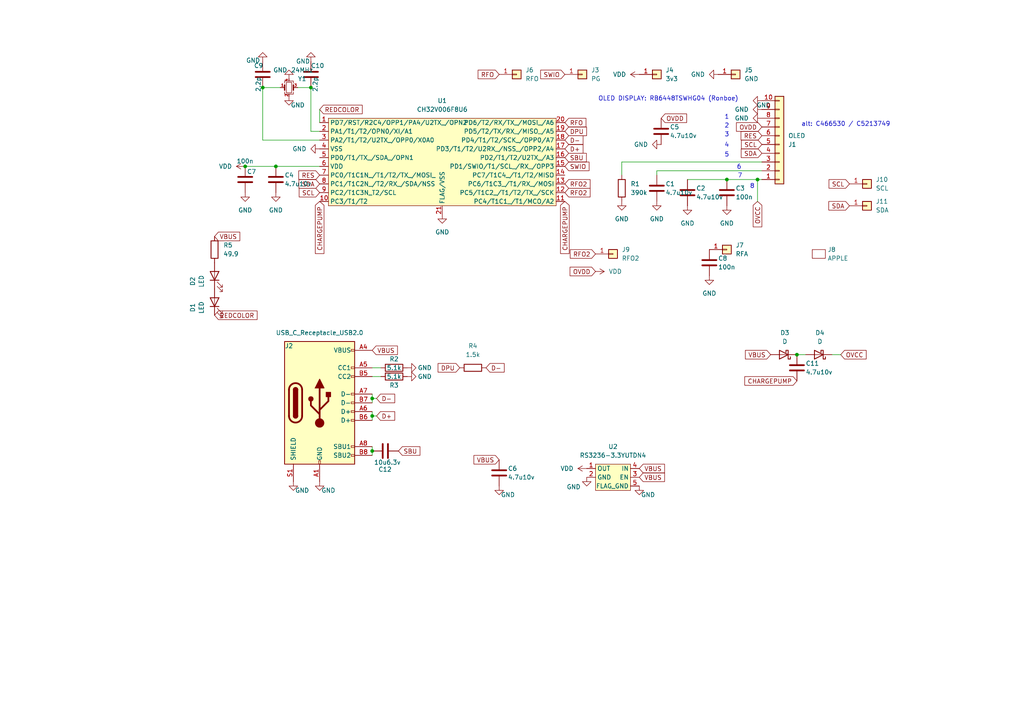
<source format=kicad_sch>
(kicad_sch (version 20250114) (generator "eeschema") (generator_version "9.0")
  (paper "A4")
  (lib_symbols
    (symbol "Connector:USB_C_Receptacle_USB2.0" (pin_names (offset 1.016))
      (property "Reference" "J" (at -10.16 19.05 0))
      (property "Value" "USB_C_Receptacle_USB2.0" (at 19.05 19.05 0))
      (symbol "USB_C_Receptacle_USB2.0_0_0"
        (rectangle (start -0.254 -17.78) (end 0.254 -16.764))
        (rectangle (start 10.16 15.494) (end 9.144 14.986))
        (rectangle (start 10.16 10.414) (end 9.144 9.906))
        (rectangle (start 10.16 7.874) (end 9.144 7.366))
        (rectangle (start 10.16 2.794) (end 9.144 2.286))
        (rectangle (start 10.16 0.254) (end 9.144 -0.254))
        (rectangle (start 10.16 -2.286) (end 9.144 -2.794))
        (rectangle (start 10.16 -4.826) (end 9.144 -5.334))
        (rectangle (start 10.16 -12.446) (end 9.144 -12.954))
        (rectangle (start 10.16 -14.986) (end 9.144 -15.494))
      )
      (symbol "USB_C_Receptacle_USB2.0_0_1"
        (rectangle (start -10.16 17.78) (end 10.16 -17.78) (stroke (width 0.254)) (fill (type background)))
        (polyline (pts (xy -8.89 -3.81) (xy -8.89 3.81)) (stroke (width 0.508)))
        (rectangle (start -7.62 -3.81) (end -6.35 3.81) (stroke (width 0.254)) (fill (type outline)))
        (arc (start -7.62 3.81) (mid -6.985 4.4423) (end -6.35 3.81) (stroke (width 0.254)))
        (arc (start -7.62 3.81) (mid -6.985 4.4423) (end -6.35 3.81) (stroke (width 0.254)) (fill (type outline)))
        (arc (start -8.89 3.81) (mid -6.985 5.7067) (end -5.08 3.81) (stroke (width 0.508)))
        (arc (start -5.08 -3.81) (mid -6.985 -5.7067) (end -8.89 -3.81) (stroke (width 0.508)))
        (arc (start -6.35 -3.81) (mid -6.985 -4.4423) (end -7.62 -3.81) (stroke (width 0.254)))
        (arc (start -6.35 -3.81) (mid -6.985 -4.4423) (end -7.62 -3.81) (stroke (width 0.254)) (fill (type outline)))
        (polyline (pts (xy -5.08 3.81) (xy -5.08 -3.81)) (stroke (width 0.508)))
        (circle (center -2.54 1.143) (radius 0.635) (stroke (width 0.254)) (fill (type outline)))
        (polyline (pts (xy -1.27 4.318) (xy 0 6.858) (xy 1.27 4.318) (xy -1.27 4.318)) (stroke (width 0.254)) (fill (type outline)))
        (polyline (pts (xy 0 -2.032) (xy 2.54 0.508) (xy 2.54 1.778)) (stroke (width 0.508)))
        (polyline (pts (xy 0 -3.302) (xy -2.54 -0.762) (xy -2.54 0.508)) (stroke (width 0.508)))
        (polyline (pts (xy 0 -5.842) (xy 0 4.318)) (stroke (width 0.508)))
        (circle (center 0 -5.842) (radius 1.27) (fill (type outline)))
        (rectangle (start 1.905 1.778) (end 3.175 3.048) (stroke (width 0.254)) (fill (type outline)))
      )
      (symbol "USB_C_Receptacle_USB2.0_1_1"
        (pin passive line (at -7.62 -22.86 90) (length 5.08) (name "SHIELD") (number "S1"))
        (pin passive line (at 0 -22.86 90) (length 5.08) (name "GND") (number "A1"))
        (pin passive line (at 0 -22.86 90) (length 5.08) (hide yes) (name "GND") (number "A12"))
        (pin passive line (at 0 -22.86 90) (length 5.08) (hide yes) (name "GND") (number "B1"))
        (pin passive line (at 0 -22.86 90) (length 5.08) (hide yes) (name "GND") (number "B12"))
        (pin passive line (at 15.24 15.24 180) (length 5.08) (name "VBUS") (number "A4"))
        (pin passive line (at 15.24 15.24 180) (length 5.08) (hide yes) (name "VBUS") (number "A9"))
        (pin passive line (at 15.24 15.24 180) (length 5.08) (hide yes) (name "VBUS") (number "B4"))
        (pin passive line (at 15.24 15.24 180) (length 5.08) (hide yes) (name "VBUS") (number "B9"))
        (pin bidirectional line (at 15.24 10.16 180) (length 5.08) (name "CC1") (number "A5"))
        (pin bidirectional line (at 15.24 7.62 180) (length 5.08) (name "CC2") (number "B5"))
        (pin bidirectional line (at 15.24 2.54 180) (length 5.08) (name "D-") (number "A7"))
        (pin bidirectional line (at 15.24 0 180) (length 5.08) (name "D-") (number "B7"))
        (pin bidirectional line (at 15.24 -2.54 180) (length 5.08) (name "D+") (number "A6"))
        (pin bidirectional line (at 15.24 -5.08 180) (length 5.08) (name "D+") (number "B6"))
        (pin bidirectional line (at 15.24 -12.7 180) (length 5.08) (name "SBU1") (number "A8"))
        (pin bidirectional line (at 15.24 -15.24 180) (length 5.08) (name "SBU2") (number "B8"))
      )
    )
    (symbol "Connector_Generic:Conn_01x01" (pin_names (offset 1.016) (hide yes))
      (property "Reference" "J" (at 0 2.54 0))
      (property "Value" "Conn_01x01" (at 0 -2.54 0))
      (symbol "Conn_01x01_1_1"
        (rectangle (start -1.27 1.27) (end 1.27 -1.27) (stroke (width 0.254)) (fill (type background)))
        (rectangle (start -1.27 0.127) (end 0 -0.127) (stroke (width 0.1524)))
        (pin passive line (at -5.08 0 0) (length 3.81) (name "Pin_1") (number "1"))
      )
    )
    (symbol "Connector_Generic:Conn_01x10" (pin_names (offset 1.016) (hide yes))
      (property "Reference" "J" (at 0 12.7 0))
      (property "Value" "Conn_01x10" (at 0 -15.24 0))
      (symbol "Conn_01x10_1_1"
        (rectangle (start -1.27 11.43) (end 1.27 -13.97) (stroke (width 0.254)) (fill (type background)))
        (rectangle (start -1.27 10.287) (end 0 10.033) (stroke (width 0.1524)))
        (rectangle (start -1.27 7.747) (end 0 7.493) (stroke (width 0.1524)))
        (rectangle (start -1.27 5.207) (end 0 4.953) (stroke (width 0.1524)))
        (rectangle (start -1.27 2.667) (end 0 2.413) (stroke (width 0.1524)))
        (rectangle (start -1.27 0.127) (end 0 -0.127) (stroke (width 0.1524)))
        (rectangle (start -1.27 -2.413) (end 0 -2.667) (stroke (width 0.1524)))
        (rectangle (start -1.27 -4.953) (end 0 -5.207) (stroke (width 0.1524)))
        (rectangle (start -1.27 -7.493) (end 0 -7.747) (stroke (width 0.1524)))
        (rectangle (start -1.27 -10.033) (end 0 -10.287) (stroke (width 0.1524)))
        (rectangle (start -1.27 -12.573) (end 0 -12.827) (stroke (width 0.1524)))
        (pin passive line (at -5.08 10.16 0) (length 3.81) (name "Pin_1") (number "1"))
        (pin passive line (at -5.08 7.62 0) (length 3.81) (name "Pin_2") (number "2"))
        (pin passive line (at -5.08 5.08 0) (length 3.81) (name "Pin_3") (number "3"))
        (pin passive line (at -5.08 2.54 0) (length 3.81) (name "Pin_4") (number "4"))
        (pin passive line (at -5.08 0 0) (length 3.81) (name "Pin_5") (number "5"))
        (pin passive line (at -5.08 -2.54 0) (length 3.81) (name "Pin_6") (number "6"))
        (pin passive line (at -5.08 -5.08 0) (length 3.81) (name "Pin_7") (number "7"))
        (pin passive line (at -5.08 -7.62 0) (length 3.81) (name "Pin_8") (number "8"))
        (pin passive line (at -5.08 -10.16 0) (length 3.81) (name "Pin_9") (number "9"))
        (pin passive line (at -5.08 -12.7 0) (length 3.81) (name "Pin_10") (number "10"))
      )
    )
    (symbol "Device:C" (pin_numbers (hide yes)) (pin_names (offset 0.254))
      (property "Reference" "C" (at 0.635 2.54 0))
      (property "Value" "C" (at 0.635 -2.54 0))
      (symbol "C_0_1"
        (polyline (pts (xy -2.032 0.762) (xy 2.032 0.762)) (stroke (width 0.508)))
        (polyline (pts (xy -2.032 -0.762) (xy 2.032 -0.762)) (stroke (width 0.508)))
      )
      (symbol "C_1_1"
        (pin passive line (at 0 3.81 270) (length 2.794) (name "") (number "1"))
        (pin passive line (at 0 -3.81 90) (length 2.794) (name "") (number "2"))
      )
    )
    (symbol "Device:Crystal_GND24_Small" (pin_names (offset 1.016) (hide yes))
      (property "Reference" "Y" (at 1.27 4.445 0))
      (property "Value" "Crystal_GND24_Small" (at 1.27 2.54 0))
      (symbol "Crystal_GND24_Small_0_1"
        (polyline (pts (xy -1.27 1.27) (xy -1.27 1.905) (xy 1.27 1.905) (xy 1.27 1.27)))
        (polyline (pts (xy -1.27 -0.762) (xy -1.27 0.762)) (stroke (width 0.381)))
        (polyline (pts (xy -1.27 -1.27) (xy -1.27 -1.905) (xy 1.27 -1.905) (xy 1.27 -1.27)))
        (rectangle (start -0.762 -1.524) (end 0.762 1.524))
        (polyline (pts (xy 1.27 -0.762) (xy 1.27 0.762)) (stroke (width 0.381)))
      )
      (symbol "Crystal_GND24_Small_1_1"
        (pin passive line (at -2.54 0 0) (length 1.27) (name "1") (number "1"))
        (pin passive line (at 0 2.54 270) (length 0.635) (name "4") (number "4"))
        (pin passive line (at 0 -2.54 90) (length 0.635) (name "2") (number "2"))
        (pin passive line (at 2.54 0 180) (length 1.27) (name "3") (number "3"))
      )
    )
    (symbol "Device:D_Schottky" (pin_numbers (hide yes)) (pin_names (offset 1.016) (hide yes))
      (property "Reference" "D" (at 0 2.54 0))
      (property "Value" "D_Schottky" (at 0 -2.54 0))
      (symbol "D_Schottky_0_1"
        (polyline (pts (xy -1.905 0.635) (xy -1.905 1.27) (xy -1.27 1.27) (xy -1.27 -1.27) (xy -0.635 -1.27) (xy -0.635 -0.635)) (stroke (width 0.254)))
        (polyline (pts (xy 1.27 1.27) (xy 1.27 -1.27) (xy -1.27 0) (xy 1.27 1.27)) (stroke (width 0.254)))
        (polyline (pts (xy 1.27 0) (xy -1.27 0)))
      )
      (symbol "D_Schottky_1_1"
        (pin passive line (at -3.81 0 0) (length 2.54) (name "K") (number "1"))
        (pin passive line (at 3.81 0 180) (length 2.54) (name "A") (number "2"))
      )
    )
    (symbol "Device:LED" (pin_numbers (hide yes)) (pin_names (offset 1.016) (hide yes))
      (property "Reference" "D" (at 0 2.54 0))
      (property "Value" "LED" (at 0 -2.54 0))
      (symbol "LED_0_1"
        (polyline (pts (xy -3.048 -0.762) (xy -4.572 -2.286) (xy -3.81 -2.286) (xy -4.572 -2.286) (xy -4.572 -1.524)))
        (polyline (pts (xy -1.778 -0.762) (xy -3.302 -2.286) (xy -2.54 -2.286) (xy -3.302 -2.286) (xy -3.302 -1.524)))
        (polyline (pts (xy -1.27 0) (xy 1.27 0)))
        (polyline (pts (xy -1.27 -1.27) (xy -1.27 1.27)) (stroke (width 0.254)))
        (polyline (pts (xy 1.27 -1.27) (xy 1.27 1.27) (xy -1.27 0) (xy 1.27 -1.27)) (stroke (width 0.254)))
      )
      (symbol "LED_1_1"
        (pin passive line (at -3.81 0 0) (length 2.54) (name "K") (number "1"))
        (pin passive line (at 3.81 0 180) (length 2.54) (name "A") (number "2"))
      )
    )
    (symbol "Device:R" (pin_numbers (hide yes)) (pin_names (offset 0))
      (property "Reference" "R" (at 2.032 0 90))
      (property "Value" "R" (at 0 0 90))
      (symbol "R_0_1"
        (rectangle (start -1.016 -2.54) (end 1.016 2.54) (stroke (width 0.254)))
      )
      (symbol "R_1_1"
        (pin passive line (at 0 3.81 270) (length 1.27) (name "") (number "1"))
        (pin passive line (at 0 -3.81 90) (length 1.27) (name "") (number "2"))
      )
    )
    (symbol "artwork:artwork"
      (property "Reference" "A" (at 0 0 0))
      (property "Value" "artwork" (at 0 2.54 0))
      (symbol "artwork_0_1"
        (rectangle (start -1.905 1.27) (end 1.905 -1.27))
      )
    )
    (symbol "cnhardware:CH32V006F8U6"
      (property "Reference" "U" (at 0 -1.27 0))
      (property "Value" "CH32V006F8U6" (at 2.54 0 0))
      (symbol "CH32V006F8U6_1_1"
        (rectangle (start -33.02 12.7) (end 33.02 -12.7) (fill (type background)))
        (pin bidirectional line (at -35.56 11.43 0) (length 2.54) (name "PD7/RST/R2C4/OPP1/PA4/U2TX_/OPN2") (number "1"))
        (pin bidirectional line (at -35.56 8.89 0) (length 2.54) (name "PA1/T1/T2/OPN0/XI/A1") (number "2"))
        (pin bidirectional line (at -35.56 6.35 0) (length 2.54) (name "PA2/T1/T2/U2TX_/OPP0/X0A0") (number "3"))
        (pin bidirectional line (at -35.56 3.81 0) (length 2.54) (name "VSS") (number "4"))
        (pin bidirectional line (at -35.56 1.27 0) (length 2.54) (name "PD0/T1/TX_/SDA_/OPN1") (number "5"))
        (pin bidirectional line (at -35.56 -1.27 0) (length 2.54) (name "VDD") (number "6"))
        (pin bidirectional line (at -35.56 -3.81 0) (length 2.54) (name "PC0/T1C1N_/T1/T2/TX_/MOSI_") (number "7"))
        (pin bidirectional line (at -35.56 -6.35 0) (length 2.54) (name "PC1/T1C2N_/T2/RX_/SDA/NSS") (number "8"))
        (pin bidirectional line (at -35.56 -8.89 0) (length 2.54) (name "PC2/T1C3N_T2/SCL") (number "9"))
        (pin bidirectional line (at -35.56 -11.43 0) (length 2.54) (name "PC3/T1/T2") (number "10"))
        (pin bidirectional line (at 0 -15.24 90) (length 2.54) (name "FLAG/VSS") (number "21"))
        (pin bidirectional line (at 35.56 11.43 180) (length 2.54) (name "PD6/T2/RX/TX_/MOSI_/A6") (number "20"))
        (pin bidirectional line (at 35.56 8.89 180) (length 2.54) (name "PD5/T2/TX/RX_/MISO_/A5") (number "19"))
        (pin bidirectional line (at 35.56 6.35 180) (length 2.54) (name "PD4/T1/T2/SCK_/OPP0/A7") (number "18"))
        (pin bidirectional line (at 35.56 3.81 180) (length 2.54) (name "PD3/T1/T2/U2RX_/NSS_/OPP2/A4") (number "17"))
        (pin bidirectional line (at 35.56 1.27 180) (length 2.54) (name "PD2/T1/T2/U2TX_/A3") (number "16"))
        (pin bidirectional line (at 35.56 -1.27 180) (length 2.54) (name "PD1/SWIO/T1/SCL_/RX_/OPP3") (number "15"))
        (pin bidirectional line (at 35.56 -3.81 180) (length 2.54) (name "PC7/T1C4_/T1/T2/MISO") (number "14"))
        (pin bidirectional line (at 35.56 -6.35 180) (length 2.54) (name "PC6/T1C3_/T1/RX_/MOSI") (number "13"))
        (pin bidirectional line (at 35.56 -8.89 180) (length 2.54) (name "PC5/T1C2_/T1/T2/TX_/SCK") (number "12"))
        (pin bidirectional line (at 35.56 -11.43 180) (length 2.54) (name "PC4/T1C1_/T1/MCO/A2") (number "11"))
      )
    )
    (symbol "cnhardware:RS3236-DFN-LDO"
      (property "Reference" "U" (at 0 3.81 0))
      (property "Value" "RS3236-3.3YUTDN4" (at -0.254 -6.35 0))
      (symbol "RS3236-DFN-LDO_1_1"
        (rectangle (start -5.08 2.54) (end 5.08 -5.08) (fill (type background)))
        (pin bidirectional line (at -7.62 1.27 0) (length 2.54) (name "OUT") (number "1"))
        (pin bidirectional line (at -7.62 -1.27 0) (length 2.54) (name "GND") (number "2"))
        (pin bidirectional line (at 7.62 1.27 180) (length 2.54) (name "IN") (number "4"))
        (pin bidirectional line (at 7.62 -1.27 180) (length 2.54) (name "EN") (number "3"))
        (pin bidirectional line (at 7.62 -3.81 180) (length 2.54) (name "FLAG_GND") (number "5"))
      )
    )
    (symbol "power:GND" (pin_names (offset 0))
      (property "Value" "GND" (at 0 -3.81 0))
      (symbol "GND_0_1"
        (polyline (pts (xy 0 0) (xy 0 -1.27) (xy 1.27 -1.27) (xy 0 -2.54) (xy -1.27 -1.27) (xy 0 -1.27)))
      )
      (symbol "GND_1_1"
        (pin power_in line (at 0 0 270) (length 0) (hide yes) (name "GND") (number "1"))
      )
    )
    (symbol "power:VDD" (pin_names (offset 0))
      (property "Value" "VDD" (at 0 3.81 0))
      (symbol "VDD_0_1"
        (polyline (pts (xy -0.762 1.27) (xy 0 2.54)))
        (polyline (pts (xy 0 2.54) (xy 0.762 1.27)))
        (polyline (pts (xy 0 0) (xy 0 2.54)))
      )
      (symbol "VDD_1_1"
        (pin power_in line (at 0 0 90) (length 0) (hide yes) (name "VDD") (number "1"))
      )
    )
  )
  (text "3" (at 210.82 39.116 0) (effects (font (size 1.27 1.27))))
  (text "7" (at 214.63 51.054 0) (effects (font (size 1.27 1.27))))
  (text "5" (at 210.82 44.958 0) (effects (font (size 1.27 1.27))))
  (text "alt: C466530 / C5213749" (at 232.41 36.83 0) (effects (font (size 1.27 1.27)) (justify left bottom)))
  (text "8" (at 218.186 54.102 0) (effects (font (size 1.27 1.27))))
  (text "2" (at 210.82 36.576 0) (effects (font (size 1.27 1.27))))
  (text "6" (at 214.376 48.514 0) (effects (font (size 1.27 1.27))))
  (text "4" (at 210.82 42.164 0) (effects (font (size 1.27 1.27))))
  (text "OLED DISPLAY: RB6448TSWHG04 (Ronboe)" (at 173.482 29.464 0) (effects (font (size 1.27 1.27)) (justify left bottom)))
  (text "1" (at 210.82 34.036 0) (effects (font (size 1.27 1.27))))
  (junction (at 210.82 52.07))
  (junction (at 219.71 52.07))
  (junction (at 71.12 48.26))
  (junction (at 80.01 48.26))
  (junction (at 76.2 25.4))
  (junction (at 90.17 25.4))
  (junction (at 107.95 130.81))
  (junction (at 107.95 120.65))
  (junction (at 107.95 115.57))
  (junction (at 231.14 102.87))
  (wire (pts (xy 80.01 48.26) (xy 92.71 48.26)))
  (wire (pts (xy 71.12 48.26) (xy 80.01 48.26)))
  (wire (pts (xy 76.2 40.64) (xy 76.2 25.4)))
  (wire (pts (xy 107.95 130.81) (xy 107.95 132.08)))
  (wire (pts (xy 76.2 25.4) (xy 81.28 25.4)))
  (wire (pts (xy 92.71 31.75) (xy 92.71 35.56)))
  (wire (pts (xy 190.5 49.53) (xy 190.5 50.8)))
  (wire (pts (xy 231.14 102.87) (xy 233.68 102.87)))
  (wire (pts (xy 92.71 40.64) (xy 76.2 40.64)))
  (wire (pts (xy 199.39 52.07) (xy 210.82 52.07)))
  (wire (pts (xy 107.95 109.22) (xy 110.49 109.22)))
  (wire (pts (xy 107.95 106.68) (xy 110.49 106.68)))
  (wire (pts (xy 241.3 102.87) (xy 243.84 102.87)))
  (wire (pts (xy 107.95 120.65) (xy 109.22 120.65)))
  (wire (pts (xy 210.82 52.07) (xy 219.71 52.07)))
  (wire (pts (xy 107.95 119.38) (xy 107.95 120.65)))
  (wire (pts (xy 86.36 25.4) (xy 90.17 25.4)))
  (wire (pts (xy 90.17 25.4) (xy 90.17 38.1)))
  (wire (pts (xy 107.95 120.65) (xy 107.95 121.92)))
  (wire (pts (xy 219.71 58.42) (xy 219.71 52.07)))
  (wire (pts (xy 219.71 52.07) (xy 220.98 52.07)))
  (wire (pts (xy 107.95 115.57) (xy 107.95 116.84)))
  (wire (pts (xy 190.5 49.53) (xy 220.98 49.53)))
  (wire (pts (xy 107.95 115.57) (xy 109.22 115.57)))
  (wire (pts (xy 107.95 114.3) (xy 107.95 115.57)))
  (wire (pts (xy 90.17 38.1) (xy 92.71 38.1)))
  (wire (pts (xy 180.34 46.99) (xy 220.98 46.99)))
  (wire (pts (xy 107.95 129.54) (xy 107.95 130.81)))
  (wire (pts (xy 180.34 46.99) (xy 180.34 50.8)))
  (global_label "SBU" (shape input) (at 115.57 130.81 0) (property "Intersheetrefs" "${INTERSHEET_REFS}" (effects (hide yes))))
  (global_label "RFO" (shape input) (at 144.78 21.59 180) (property "Intersheetrefs" "${INTERSHEET_REFS}" (effects (hide yes))))
  (global_label "VBUS" (shape input) (at 185.42 138.43 0) (property "Intersheetrefs" "${INTERSHEET_REFS}" (effects (hide yes))))
  (global_label "REDCOLOR" (shape input) (at 92.71 31.75 0) (property "Intersheetrefs" "${INTERSHEET_REFS}" (effects (hide yes))))
  (global_label "SCL" (shape input) (at 246.38 53.34 180) (property "Intersheetrefs" "${INTERSHEET_REFS}" (effects (hide yes))))
  (global_label "SCL" (shape input) (at 220.98 41.91 180) (property "Intersheetrefs" "${INTERSHEET_REFS}" (effects (hide yes))))
  (global_label "OVCC" (shape input) (at 243.84 102.87 0) (property "Intersheetrefs" "${INTERSHEET_REFS}" (effects (hide yes))))
  (global_label "D-" (shape input) (at 140.97 106.68 0) (property "Intersheetrefs" "${INTERSHEET_REFS}" (effects (hide yes))))
  (global_label "VBUS" (shape input) (at 107.95 101.6 0) (property "Intersheetrefs" "${INTERSHEET_REFS}" (effects (hide yes))))
  (global_label "CHARGEPUMP" (shape input) (at 92.71 58.42 270) (property "Intersheetrefs" "${INTERSHEET_REFS}" (effects (hide yes))))
  (global_label "RFO" (shape input) (at 163.83 35.56 0) (property "Intersheetrefs" "${INTERSHEET_REFS}" (effects (hide yes))))
  (global_label "RES" (shape input) (at 220.98 39.37 180) (property "Intersheetrefs" "${INTERSHEET_REFS}" (effects (hide yes))))
  (global_label "OVDD" (shape input) (at 220.98 36.83 180) (property "Intersheetrefs" "${INTERSHEET_REFS}" (effects (hide yes))))
  (global_label "SDA" (shape input) (at 246.38 59.69 180) (property "Intersheetrefs" "${INTERSHEET_REFS}" (effects (hide yes))))
  (global_label "D+" (shape input) (at 163.83 43.18 0) (property "Intersheetrefs" "${INTERSHEET_REFS}" (effects (hide yes))))
  (global_label "SBU" (shape input) (at 163.83 45.72 0) (property "Intersheetrefs" "${INTERSHEET_REFS}" (effects (hide yes))))
  (global_label "D+" (shape input) (at 109.22 120.65 0) (property "Intersheetrefs" "${INTERSHEET_REFS}" (effects (hide yes))))
  (global_label "D-" (shape input) (at 109.22 115.57 0) (property "Intersheetrefs" "${INTERSHEET_REFS}" (effects (hide yes))))
  (global_label "CHARGEPUMP" (shape input) (at 163.83 58.42 270) (property "Intersheetrefs" "${INTERSHEET_REFS}" (effects (hide yes))))
  (global_label "VBUS" (shape input) (at 223.52 102.87 180) (property "Intersheetrefs" "${INTERSHEET_REFS}" (effects (hide yes))))
  (global_label "VBUS" (shape input) (at 62.23 68.58 0) (property "Intersheetrefs" "${INTERSHEET_REFS}" (effects (hide yes))))
  (global_label "VBUS" (shape input) (at 144.78 133.35 180) (property "Intersheetrefs" "${INTERSHEET_REFS}" (effects (hide yes))))
  (global_label "RFO2" (shape input) (at 172.72 73.66 180) (property "Intersheetrefs" "${INTERSHEET_REFS}" (effects (hide yes))))
  (global_label "DPU" (shape input) (at 163.83 38.1 0) (property "Intersheetrefs" "${INTERSHEET_REFS}" (effects (hide yes))))
  (global_label "SCL" (shape input) (at 92.71 55.88 180) (property "Intersheetrefs" "${INTERSHEET_REFS}" (effects (hide yes))))
  (global_label "D-" (shape input) (at 163.83 40.64 0) (property "Intersheetrefs" "${INTERSHEET_REFS}" (effects (hide yes))))
  (global_label "OVCC" (shape input) (at 219.71 58.42 270) (property "Intersheetrefs" "${INTERSHEET_REFS}" (effects (hide yes))))
  (global_label "RES" (shape input) (at 92.71 50.8 180) (property "Intersheetrefs" "${INTERSHEET_REFS}" (effects (hide yes))))
  (global_label "OVDD" (shape input) (at 172.72 78.74 180) (property "Intersheetrefs" "${INTERSHEET_REFS}" (effects (hide yes))))
  (global_label "OVDD" (shape input) (at 191.77 34.29 0) (property "Intersheetrefs" "${INTERSHEET_REFS}" (effects (hide yes))))
  (global_label "RFO2" (shape input) (at 163.83 55.88 0) (property "Intersheetrefs" "${INTERSHEET_REFS}" (effects (hide yes))))
  (global_label "SDA" (shape input) (at 92.71 53.34 180) (property "Intersheetrefs" "${INTERSHEET_REFS}" (effects (hide yes))))
  (global_label "DPU" (shape input) (at 133.35 106.68 180) (property "Intersheetrefs" "${INTERSHEET_REFS}" (effects (hide yes))))
  (global_label "REDCOLOR" (shape input) (at 62.23 91.44 0) (property "Intersheetrefs" "${INTERSHEET_REFS}" (effects (hide yes))))
  (global_label "SWIO" (shape input) (at 163.83 21.59 180) (property "Intersheetrefs" "${INTERSHEET_REFS}" (effects (hide yes))))
  (global_label "CHARGEPUMP" (shape input) (at 231.14 110.49 180) (property "Intersheetrefs" "${INTERSHEET_REFS}" (effects (hide yes))))
  (global_label "RFO2" (shape input) (at 163.83 53.34 0) (property "Intersheetrefs" "${INTERSHEET_REFS}" (effects (hide yes))))
  (global_label "SDA" (shape input) (at 220.98 44.45 180) (property "Intersheetrefs" "${INTERSHEET_REFS}" (effects (hide yes))))
  (global_label "SWIO" (shape input) (at 163.83 48.26 0) (property "Intersheetrefs" "${INTERSHEET_REFS}" (effects (hide yes))))
  (global_label "VBUS" (shape input) (at 185.42 135.89 0) (property "Intersheetrefs" "${INTERSHEET_REFS}" (effects (hide yes))))
  (symbol (lib_id "Device:LED") (at 62.23 80.01 90) (unit 1)
    (property "Reference" "D2" (at 55.88 81.5975 0))
    (property "Value" "LED" (at 58.42 81.5975 0))
    (property "Footprint" "LED_SMD:LED_0603_1608Metric" (effects (hide yes)))
    (property "Description" "Light emitting diode" (effects (hide yes)))
    (property "LCSC" "C2286" (effects (hide yes)))
  )
  (symbol (lib_id "Device:C") (at 80.01 52.07 0) (unit 1)
    (property "Reference" "C4" (at 82.55 50.8 0) (effects (justify left)))
    (property "Value" "4.7u10v" (at 82.55 53.34 0) (effects (justify left)))
    (property "Footprint" "Capacitor_SMD:C_0402_1005Metric" (effects (hide yes)))
    (property "LCSC" "C23733" (effects (hide yes)))
  )
  (symbol (lib_id "power:GND") (at 83.82 27.94 0) (unit 1)
    (property "Reference" "#PWR022" (effects (hide yes)))
    (property "Value" "GND" (at 86.36 30.48 0))
  )
  (symbol (lib_id "Device:C") (at 205.74 76.2 0) (unit 1)
    (property "Reference" "C8" (at 208.28 74.93 0) (effects (justify left)))
    (property "Value" "100n" (at 208.28 77.47 0) (effects (justify left)))
    (property "Footprint" "Capacitor_SMD:C_0402_1005Metric" (effects (hide yes)))
    (property "LCSC" "C1525" (effects (hide yes)))
  )
  (symbol (lib_id "Connector_Generic:Conn_01x01") (at 210.82 72.39 0) (unit 1) (in_bom no)
    (property "Reference" "J7" (at 213.36 71.12 0) (effects (justify left)))
    (property "Value" "RFA" (at 213.36 73.66 0) (effects (justify left)))
    (property "Footprint" "TestPoint:TestPoint_Pad_D1.0mm" (effects (hide yes)))
  )
  (symbol (lib_id "power:GND") (at 208.28 21.59 270) (unit 1)
    (property "Reference" "#PWR024" (effects (hide yes)))
    (property "Value" "GND" (at 204.47 21.59 90) (effects (justify right)))
  )
  (symbol (lib_id "Device:C") (at 231.14 106.68 0) (unit 1)
    (property "Reference" "C11" (at 233.68 105.41 0) (effects (justify left)))
    (property "Value" "4.7u10v" (at 233.68 107.95 0) (effects (justify left)))
    (property "Footprint" "Capacitor_SMD:C_0402_1005Metric" (effects (hide yes)))
    (property "LCSC" "C23733" (effects (hide yes)))
  )
  (symbol (lib_id "power:GND") (at 80.01 55.88 0) (unit 1)
    (property "Reference" "#PWR03" (effects (hide yes)))
    (property "Value" "GND" (at 80.01 60.96 0))
  )
  (symbol (lib_id "Device:D_Schottky") (at 237.49 102.87 180) (unit 1)
    (property "Reference" "D4" (at 237.8075 96.52 0))
    (property "Value" "D" (at 237.8075 99.06 0))
    (property "Footprint" "Diode_SMD:D_SOD-323" (effects (hide yes)))
    (property "Description" "Schottky diode" (effects (hide yes)))
    (property "LCSC" "C191023" (effects (hide yes)))
  )
  (symbol (lib_id "Connector_Generic:Conn_01x01") (at 149.86 21.59 0) (unit 1) (in_bom no)
    (property "Reference" "J6" (at 152.4 20.32 0) (effects (justify left)))
    (property "Value" "RFO" (at 152.4 22.86 0) (effects (justify left)))
    (property "Footprint" "TestPoint:TestPoint_Pad_D1.0mm" (effects (hide yes)))
  )
  (symbol (lib_id "Device:C") (at 111.76 130.81 270) (unit 1)
    (property "Reference" "C12" (at 109.728 136.144 90) (effects (justify left)))
    (property "Value" "10u6.3v" (at 108.458 134.112 90) (effects (justify left)))
    (property "Footprint" "Capacitor_SMD:C_0402_1005Metric" (effects (hide yes)))
    (property "LCSC" "C15525" (effects (hide yes)))
  )
  (symbol (lib_id "Device:Crystal_GND24_Small") (at 83.82 25.4 0) (unit 1)
    (property "Reference" "Y1" (at 87.63 22.86 0))
    (property "Value" "24MHz" (at 87.63 20.32 0))
    (property "Footprint" "Crystal:Crystal_SMD_2016-4Pin_2.0x1.6mm" (effects (hide yes)))
    (property "LCSC" "C2929397" (effects (hide yes)))
  )
  (symbol (lib_id "power:GND") (at 185.42 140.97 0) (unit 1)
    (property "Reference" "#PWR029" (effects (hide yes)))
    (property "Value" "GND" (at 187.96 143.51 0))
  )
  (symbol (lib_id "Connector_Generic:Conn_01x01") (at 177.8 73.66 0) (unit 1) (in_bom no)
    (property "Reference" "J9" (at 180.34 72.39 0) (effects (justify left)))
    (property "Value" "RFO2" (at 180.34 74.93 0) (effects (justify left)))
    (property "Footprint" "TestPoint:TestPoint_Pad_D1.0mm" (effects (hide yes)))
  )
  (symbol (lib_id "Device:LED") (at 62.23 87.63 90) (unit 1)
    (property "Reference" "D1" (at 55.88 89.2175 0))
    (property "Value" "LED" (at 58.42 89.2175 0))
    (property "Footprint" "LED_SMD:LED_0603_1608Metric" (effects (hide yes)))
    (property "Description" "Light emitting diode" (effects (hide yes)))
    (property "LCSC" "C2286" (effects (hide yes)))
  )
  (symbol (lib_id "Device:C") (at 190.5 54.61 0) (unit 1)
    (property "Reference" "C1" (at 193.04 53.34 0) (effects (justify left)))
    (property "Value" "4.7u10v" (at 193.04 55.88 0) (effects (justify left)))
    (property "Footprint" "Capacitor_SMD:C_0402_1005Metric" (effects (hide yes)))
    (property "LCSC" "C23733" (effects (hide yes)))
  )
  (symbol (lib_id "Connector_Generic:Conn_01x01") (at 190.5 21.59 0) (unit 1) (in_bom no)
    (property "Reference" "J4" (at 193.04 20.32 0) (effects (justify left)))
    (property "Value" "3v3" (at 193.04 22.86 0) (effects (justify left)))
    (property "Footprint" "TestPoint:TestPoint_Pad_D1.0mm" (effects (hide yes)))
  )
  (symbol (lib_id "Connector_Generic:Conn_01x10") (at 226.06 41.91 0) (mirror x) (unit 1)
    (property "Reference" "J1" (at 228.6 41.91 0) (effects (justify left)))
    (property "Value" "OLED" (at 228.6 39.37 0) (effects (justify left)))
    (property "Footprint" "fpc:AFC42-S08FMA-1H" (effects (hide yes)))
    (property "LCSC" "C466530" (effects (hide yes)))
  )
  (symbol (lib_id "power:VDD") (at 71.12 48.26 90) (unit 1)
    (property "Reference" "#PWR015" (effects (hide yes)))
    (property "Value" "VDD" (at 67.31 48.26 90) (effects (justify left)))
  )
  (symbol (lib_id "power:GND") (at 144.78 140.97 0) (unit 1)
    (property "Reference" "#PWR019" (effects (hide yes)))
    (property "Value" "GND" (at 147.32 143.51 0))
  )
  (symbol (lib_id "power:VDD") (at 185.42 21.59 90) (unit 1)
    (property "Reference" "#PWR023" (effects (hide yes)))
    (property "Value" "VDD" (at 181.61 21.59 90) (effects (justify left)))
  )
  (symbol (lib_id "power:GND") (at 118.11 109.22 90) (unit 1)
    (property "Reference" "#PWR012" (effects (hide yes)))
    (property "Value" "GND" (at 123.19 109.22 90))
  )
  (symbol (lib_id "Device:C") (at 191.77 38.1 0) (unit 1)
    (property "Reference" "C5" (at 194.31 36.83 0) (effects (justify left)))
    (property "Value" "4.7u10v" (at 194.31 39.37 0) (effects (justify left)))
    (property "Footprint" "Capacitor_SMD:C_0402_1005Metric" (effects (hide yes)))
    (property "LCSC" "C23733" (effects (hide yes)))
  )
  (symbol (lib_id "power:GND") (at 180.34 58.42 0) (unit 1)
    (property "Reference" "#PWR08" (effects (hide yes)))
    (property "Value" "GND" (at 180.34 63.5 0))
  )
  (symbol (lib_id "Connector_Generic:Conn_01x01") (at 213.36 21.59 0) (unit 1) (in_bom no)
    (property "Reference" "J5" (at 215.9 20.32 0) (effects (justify left)))
    (property "Value" "GND" (at 215.9 22.86 0) (effects (justify left)))
    (property "Footprint" "TestPoint:TestPoint_Pad_D1.0mm" (effects (hide yes)))
  )
  (symbol (lib_id "Device:R") (at 180.34 54.61 0) (unit 1)
    (property "Reference" "R1" (at 182.88 53.34 0) (effects (justify left)))
    (property "Value" "390k" (at 182.88 55.88 0) (effects (justify left)))
    (property "Footprint" "Resistor_SMD:R_0402_1005Metric" (effects (hide yes)))
    (property "LCSC" "C25782" (effects (hide yes)))
  )
  (symbol (lib_id "power:GND") (at 205.74 80.01 0) (unit 1)
    (property "Reference" "#PWR025" (effects (hide yes)))
    (property "Value" "GND" (at 205.74 85.09 0))
  )
  (symbol (lib_id "Device:R") (at 114.3 106.68 90) (unit 1)
    (property "Reference" "R2" (at 114.3 104.14 90))
    (property "Value" "5.1k" (at 114.3 106.68 90))
    (property "Footprint" "Resistor_SMD:R_0402_1005Metric" (effects (hide yes)))
    (property "LCSC" "C105872" (effects (hide yes)))
  )
  (symbol (lib_id "power:VDD") (at 172.72 78.74 270) (unit 1)
    (property "Reference" "#PWR028" (effects (hide yes)))
    (property "Value" "VDD" (at 176.53 78.7399 90) (effects (justify left)))
  )
  (symbol (lib_id "power:GND") (at 92.71 139.7 0) (unit 1)
    (property "Reference" "#PWR010" (effects (hide yes)))
    (property "Value" "GND" (at 95.25 142.24 0))
  )
  (symbol (lib_id "power:GND") (at 170.18 138.43 0) (unit 1)
    (property "Reference" "#PWR014" (effects (hide yes)))
    (property "Value" "GND" (at 166.37 141.224 0))
  )
  (symbol (lib_id "artwork:artwork") (at 237.49 73.66 0) (unit 1) (in_bom no)
    (property "Reference" "J8" (at 240.03 72.3899 0) (effects (justify left)))
    (property "Value" "APPLE" (at 240.03 74.9299 0) (effects (justify left)))
    (property "Footprint" "artwork:apple" (effects (hide yes)))
  )
  (symbol (lib_id "power:GND") (at 90.17 17.78 180) (unit 1)
    (property "Reference" "#PWR027" (effects (hide yes)))
    (property "Value" "GND" (at 87.884 17.78 0))
  )
  (symbol (lib_id "power:GND") (at 71.12 55.88 0) (unit 1)
    (property "Reference" "#PWR020" (effects (hide yes)))
    (property "Value" "GND" (at 71.12 60.96 0))
  )
  (symbol (lib_id "power:GND") (at 118.11 106.68 90) (unit 1)
    (property "Reference" "#PWR011" (effects (hide yes)))
    (property "Value" "GND" (at 123.19 106.68 90))
  )
  (symbol (lib_id "Device:D_Schottky") (at 227.33 102.87 180) (unit 1)
    (property "Reference" "D3" (at 227.6475 96.52 0))
    (property "Value" "D" (at 227.6475 99.06 0))
    (property "Footprint" "Diode_SMD:D_SOD-323" (effects (hide yes)))
    (property "Description" "Schottky diode" (effects (hide yes)))
    (property "LCSC" "C191023" (effects (hide yes)))
  )
  (symbol (lib_id "power:GND") (at 220.98 34.29 270) (unit 1)
    (property "Reference" "#PWR01" (effects (hide yes)))
    (property "Value" "GND" (at 217.17 34.29 90) (effects (justify right)))
  )
  (symbol (lib_id "power:GND") (at 191.77 41.91 270) (unit 1)
    (property "Reference" "#PWR016" (effects (hide yes)))
    (property "Value" "GND" (at 187.96 41.91 90) (effects (justify right)))
  )
  (symbol (lib_id "Connector_Generic:Conn_01x01") (at 168.91 21.59 0) (unit 1) (in_bom no)
    (property "Reference" "J3" (at 171.45 20.32 0) (effects (justify left)))
    (property "Value" "PG" (at 171.45 22.86 0) (effects (justify left)))
    (property "Footprint" "TestPoint:TestPoint_Pad_D1.0mm" (effects (hide yes)))
  )
  (symbol (lib_id "Device:C") (at 144.78 137.16 0) (unit 1)
    (property "Reference" "C6" (at 147.32 135.89 0) (effects (justify left)))
    (property "Value" "4.7u10v" (at 147.32 138.43 0) (effects (justify left)))
    (property "Footprint" "Capacitor_SMD:C_0402_1005Metric" (effects (hide yes)))
    (property "LCSC" "C23733" (effects (hide yes)))
  )
  (symbol (lib_id "Device:C") (at 71.12 52.07 0) (unit 1)
    (property "Reference" "C7" (at 71.628 49.784 0) (effects (justify left)))
    (property "Value" "100n" (at 68.58 46.736 0) (effects (justify left)))
    (property "Footprint" "Capacitor_SMD:C_0402_1005Metric" (effects (hide yes)))
    (property "LCSC" "C1525" (effects (hide yes)))
  )
  (symbol (lib_id "power:GND") (at 199.39 59.69 0) (unit 1)
    (property "Reference" "#PWR05" (effects (hide yes)))
    (property "Value" "GND" (at 199.39 64.77 0))
  )
  (symbol (lib_id "Device:R") (at 137.16 106.68 90) (unit 1)
    (property "Reference" "R4" (at 137.16 100.33 90))
    (property "Value" "1.5k" (at 137.16 102.87 90))
    (property "Footprint" "Resistor_SMD:R_0402_1005Metric" (effects (hide yes)))
    (property "LCSC" "C25867" (effects (hide yes)))
  )
  (symbol (lib_id "Device:C") (at 199.39 55.88 0) (unit 1)
    (property "Reference" "C2" (at 201.93 54.61 0) (effects (justify left)))
    (property "Value" "4.7u10v" (at 201.93 57.15 0) (effects (justify left)))
    (property "Footprint" "Capacitor_SMD:C_0402_1005Metric" (effects (hide yes)))
    (property "LCSC" "C23733" (effects (hide yes)))
  )
  (symbol (lib_id "power:GND") (at 85.09 139.7 0) (unit 1)
    (property "Reference" "#PWR09" (effects (hide yes)))
    (property "Value" "GND" (at 87.63 142.24 0))
  )
  (symbol (lib_id "cnhardware:RS3236-DFN-LDO") (at 177.8 137.16 0) (unit 1)
    (property "Reference" "U2" (at 177.8 129.54 0))
    (property "Value" "RS3236-3.3YUTDN4" (at 177.8 132.08 0))
    (property "Footprint" "cnhardware:xdfn-reg" (effects (hide yes)))
    (property "LCSC" "C379350" (effects (hide yes)))
  )
  (symbol (lib_id "Device:C") (at 76.2 21.59 0) (unit 1)
    (property "Reference" "C9" (at 73.66 19.05 0) (effects (justify left)))
    (property "Value" "2.2p" (at 74.93 26.67 90) (effects (justify left)))
    (property "Footprint" "Capacitor_SMD:C_0402_1005Metric" (effects (hide yes)))
    (property "LCSC" "C1559" (effects (hide yes)))
  )
  (symbol (lib_id "power:GND") (at 92.71 43.18 270) (unit 1)
    (property "Reference" "#PWR04" (effects (hide yes)))
    (property "Value" "GND" (at 88.9 43.18 90) (effects (justify right)))
  )
  (symbol (lib_id "power:GND") (at 190.5 58.42 0) (unit 1)
    (property "Reference" "#PWR07" (effects (hide yes)))
    (property "Value" "GND" (at 190.5 63.5 0))
  )
  (symbol (lib_id "power:GND") (at 83.82 22.86 180) (unit 1)
    (property "Reference" "#PWR021" (effects (hide yes)))
    (property "Value" "GND" (at 81.28 20.32 0))
  )
  (symbol (lib_id "Connector_Generic:Conn_01x01") (at 251.46 53.34 0) (unit 1) (in_bom no)
    (property "Reference" "J10" (at 254 52.07 0) (effects (justify left)))
    (property "Value" "SCL" (at 254 54.61 0) (effects (justify left)))
    (property "Footprint" "TestPoint:TestPoint_Pad_D1.0mm" (effects (hide yes)))
  )
  (symbol (lib_id "Connector_Generic:Conn_01x01") (at 251.46 59.69 0) (unit 1) (in_bom no)
    (property "Reference" "J11" (at 254 58.42 0) (effects (justify left)))
    (property "Value" "SDA" (at 254 60.96 0) (effects (justify left)))
    (property "Footprint" "TestPoint:TestPoint_Pad_D1.0mm" (effects (hide yes)))
  )
  (symbol (lib_id "Device:R") (at 62.23 72.39 0) (unit 1)
    (property "Reference" "R5" (at 64.77 71.12 0) (effects (justify left)))
    (property "Value" "49.9" (at 64.77 73.66 0) (effects (justify left)))
    (property "Footprint" "Resistor_SMD:R_0402_1005Metric" (effects (hide yes)))
    (property "LCSC" "C25120" (effects (hide yes)))
  )
  (symbol (lib_id "Device:C") (at 210.82 55.88 0) (unit 1)
    (property "Reference" "C3" (at 213.36 54.61 0) (effects (justify left)))
    (property "Value" "100n" (at 213.36 57.15 0) (effects (justify left)))
    (property "Footprint" "Capacitor_SMD:C_0402_1005Metric" (effects (hide yes)))
    (property "LCSC" "C1525" (effects (hide yes)))
  )
  (symbol (lib_id "cnhardware:CH32V006F8U6") (at 128.27 46.99 0) (unit 1)
    (property "Reference" "U1" (at 128.27 29.21 0))
    (property "Value" "CH32V006F8U6" (at 128.27 31.75 0))
    (property "Footprint" "Package_DFN_QFN:QFN-20-1EP_3x3mm_P0.4mm_EP1.65x1.65mm" (effects (hide yes)))
    (property "LCSC" "C42431288" (effects (hide yes)))
  )
  (symbol (lib_id "power:VDD") (at 170.18 135.89 90) (unit 1)
    (property "Reference" "#PWR013" (effects (hide yes)))
    (property "Value" "VDD" (at 166.37 135.8899 90) (effects (justify left)))
  )
  (symbol (lib_id "power:GND") (at 220.98 29.21 270) (unit 1)
    (property "Reference" "#PWR017" (effects (hide yes)))
    (property "Value" "GND" (at 223.52 30.48 90) (effects (justify right)))
  )
  (symbol (lib_id "Device:R") (at 114.3 109.22 90) (unit 1)
    (property "Reference" "R3" (at 114.3 111.76 90))
    (property "Value" "5.1k" (at 114.3 109.22 90))
    (property "Footprint" "Resistor_SMD:R_0402_1005Metric" (effects (hide yes)))
    (property "LCSC" "C105872" (effects (hide yes)))
  )
  (symbol (lib_id "power:GND") (at 76.2 17.78 180) (unit 1)
    (property "Reference" "#PWR026" (effects (hide yes)))
    (property "Value" "GND" (at 73.406 17.526 0))
  )
  (symbol (lib_id "Connector:USB_C_Receptacle_USB2.0") (at 92.71 116.84 0) (unit 1)
    (property "Reference" "J2" (at 83.82 100.33 0))
    (property "Value" "USB_C_Receptacle_USB2.0" (at 92.71 96.52 0))
    (property "Footprint" "Connector_USB:USB_C_Receptacle_HRO_TYPE-C-31-M-12" (effects (hide yes)))
    (property "Datasheet" "https://www.usb.org/sites/default/files/documents/usb_type-c.zip" (effects (hide yes)))
    (property "LCSC" "C2765186" (effects (hide yes)))
  )
  (symbol (lib_id "Device:C") (at 90.17 21.59 0) (unit 1)
    (property "Reference" "C10" (at 90.17 19.05 0) (effects (justify left)))
    (property "Value" "2.2p" (at 91.44 26.67 90) (effects (justify left)))
    (property "Footprint" "Capacitor_SMD:C_0402_1005Metric" (effects (hide yes)))
    (property "LCSC" "C1559" (effects (hide yes)))
  )
  (symbol (lib_id "power:GND") (at 220.98 31.75 270) (unit 1)
    (property "Reference" "#PWR018" (effects (hide yes)))
    (property "Value" "GND" (at 217.17 31.75 90) (effects (justify right)))
  )
  (symbol (lib_id "power:GND") (at 210.82 59.69 0) (unit 1)
    (property "Reference" "#PWR06" (effects (hide yes)))
    (property "Value" "GND" (at 210.82 64.77 0))
  )
  (symbol (lib_id "power:GND") (at 128.27 62.23 0) (unit 1)
    (property "Reference" "#PWR02" (effects (hide yes)))
    (property "Value" "GND" (at 128.27 67.31 0))
  )
)
</source>
